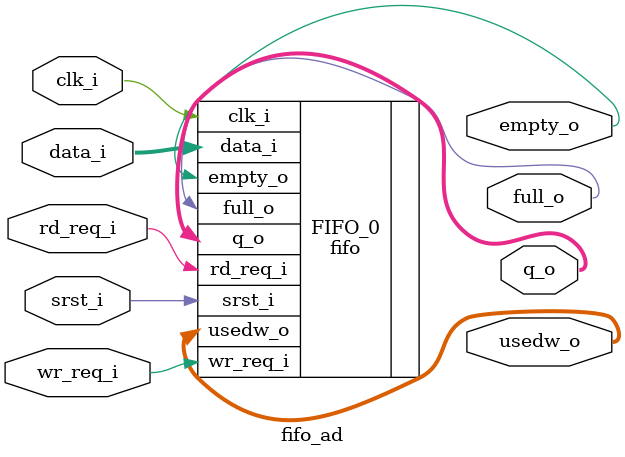
<source format=sv>

module fifo_ad 
( input                           clk_i,
  input                           srst_i,      
  input  logic                    rd_req_i,  
  input  logic                    wr_req_i,
  input  logic [ DWID - 1 : 0 ] data_i,
  output logic [ DWID - 1 : 0 ] q_o,
  output logic [ AWID - 1 : 0 ] usedw_o,         
  output logic                    empty_o,
  output logic                    full_o      
);

localparam DWID = 8;
localparam AWID = 8;
localparam SHWA = 0;


fifo # (
  .DWIDTH    ( DWID     ),
  .AWIDTH    ( AWID     ),
  .SHOWAHEAD ( SHWA     ) )
FIFO_0 (
  .clk_i     ( clk_i    ),
  .srst_i    ( srst_i   ),
  .rd_req_i  ( rd_req_i ),
  .wr_req_i  ( wr_req_i ),
  .data_i    ( data_i   ),
  .q_o       ( q_o      ),
  .usedw_o   ( usedw_o  ),
  .empty_o   ( empty_o  ),
  .full_o    ( full_o   )
);  

endmodule

</source>
